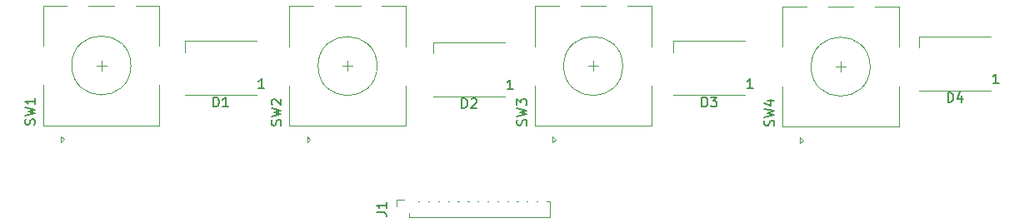
<source format=gbr>
%TF.GenerationSoftware,KiCad,Pcbnew,(5.1.6)-1*%
%TF.CreationDate,2020-06-17T13:42:06+02:00*%
%TF.ProjectId,antrieb smd,616e7472-6965-4622-9073-6d642e6b6963,rev?*%
%TF.SameCoordinates,Original*%
%TF.FileFunction,Legend,Top*%
%TF.FilePolarity,Positive*%
%FSLAX46Y46*%
G04 Gerber Fmt 4.6, Leading zero omitted, Abs format (unit mm)*
G04 Created by KiCad (PCBNEW (5.1.6)-1) date 2020-06-17 13:42:06*
%MOMM*%
%LPD*%
G01*
G04 APERTURE LIST*
%ADD10C,0.120000*%
%ADD11C,0.150000*%
G04 APERTURE END LIST*
D10*
%TO.C,SW4*%
X107290500Y-27996500D02*
G75*
G03*
X107290500Y-27996500I-3000000J0D01*
G01*
X98390500Y-25996500D02*
X98390500Y-21896500D01*
X110190500Y-21896500D02*
X110190500Y-25996500D01*
X110190500Y-29996500D02*
X110190500Y-34096500D01*
X98390500Y-29996500D02*
X98390500Y-34096500D01*
X98390500Y-34096500D02*
X110190500Y-34096500D01*
X100490500Y-35496500D02*
X100190500Y-35796500D01*
X100190500Y-35796500D02*
X100190500Y-35196500D01*
X100190500Y-35196500D02*
X100490500Y-35496500D01*
X98390500Y-21896500D02*
X100790500Y-21896500D01*
X102990500Y-21896500D02*
X105590500Y-21896500D01*
X107790500Y-21896500D02*
X110190500Y-21896500D01*
X103790500Y-27996500D02*
X104790500Y-27996500D01*
X104290500Y-28496500D02*
X104290500Y-27496500D01*
%TO.C,SW3*%
X82144500Y-27933000D02*
G75*
G03*
X82144500Y-27933000I-3000000J0D01*
G01*
X73244500Y-25933000D02*
X73244500Y-21833000D01*
X85044500Y-21833000D02*
X85044500Y-25933000D01*
X85044500Y-29933000D02*
X85044500Y-34033000D01*
X73244500Y-29933000D02*
X73244500Y-34033000D01*
X73244500Y-34033000D02*
X85044500Y-34033000D01*
X75344500Y-35433000D02*
X75044500Y-35733000D01*
X75044500Y-35733000D02*
X75044500Y-35133000D01*
X75044500Y-35133000D02*
X75344500Y-35433000D01*
X73244500Y-21833000D02*
X75644500Y-21833000D01*
X77844500Y-21833000D02*
X80444500Y-21833000D01*
X82644500Y-21833000D02*
X85044500Y-21833000D01*
X78644500Y-27933000D02*
X79644500Y-27933000D01*
X79144500Y-28433000D02*
X79144500Y-27433000D01*
%TO.C,SW2*%
X54189000Y-28433000D02*
X54189000Y-27433000D01*
X53689000Y-27933000D02*
X54689000Y-27933000D01*
X57689000Y-21833000D02*
X60089000Y-21833000D01*
X52889000Y-21833000D02*
X55489000Y-21833000D01*
X48289000Y-21833000D02*
X50689000Y-21833000D01*
X50089000Y-35133000D02*
X50389000Y-35433000D01*
X50089000Y-35733000D02*
X50089000Y-35133000D01*
X50389000Y-35433000D02*
X50089000Y-35733000D01*
X48289000Y-34033000D02*
X60089000Y-34033000D01*
X48289000Y-29933000D02*
X48289000Y-34033000D01*
X60089000Y-29933000D02*
X60089000Y-34033000D01*
X60089000Y-21833000D02*
X60089000Y-25933000D01*
X48289000Y-25933000D02*
X48289000Y-21833000D01*
X57189000Y-27933000D02*
G75*
G03*
X57189000Y-27933000I-3000000J0D01*
G01*
%TO.C,D3*%
X87282000Y-25380500D02*
X87282000Y-26530500D01*
X94582000Y-25380500D02*
X87282000Y-25380500D01*
X94582000Y-30880500D02*
X87282000Y-30880500D01*
%TO.C,D2*%
X62898000Y-25507500D02*
X62898000Y-26657500D01*
X70198000Y-25507500D02*
X62898000Y-25507500D01*
X70198000Y-31007500D02*
X62898000Y-31007500D01*
%TO.C,D1*%
X44925000Y-30880500D02*
X37625000Y-30880500D01*
X44925000Y-25380500D02*
X37625000Y-25380500D01*
X37625000Y-25380500D02*
X37625000Y-26530500D01*
%TO.C,J1*%
X59134500Y-42202100D02*
X59134500Y-41517100D01*
X59134500Y-41517100D02*
X59944500Y-41517100D01*
X74390398Y-41682100D02*
X74754500Y-41682100D01*
X73390398Y-41682100D02*
X73498602Y-41682100D01*
X72390398Y-41682100D02*
X72498602Y-41682100D01*
X71390398Y-41682100D02*
X71498602Y-41682100D01*
X70390398Y-41682100D02*
X70498602Y-41682100D01*
X69390398Y-41682100D02*
X69498602Y-41682100D01*
X68390398Y-41682100D02*
X68498602Y-41682100D01*
X67390398Y-41682100D02*
X67498602Y-41682100D01*
X66390398Y-41682100D02*
X66498602Y-41682100D01*
X65390398Y-41682100D02*
X65498602Y-41682100D01*
X64390398Y-41682100D02*
X64498602Y-41682100D01*
X63390398Y-41682100D02*
X63498602Y-41682100D01*
X62390398Y-41682100D02*
X62498602Y-41682100D01*
X61390398Y-41682100D02*
X61498602Y-41682100D01*
X74754500Y-43302100D02*
X74754500Y-41682100D01*
X60444500Y-43302100D02*
X74754500Y-43302100D01*
X60444500Y-43302100D02*
X60444500Y-42887100D01*
%TO.C,D4*%
X112275600Y-24910600D02*
X112275600Y-26060600D01*
X119575600Y-24910600D02*
X112275600Y-24910600D01*
X119575600Y-30410600D02*
X112275600Y-30410600D01*
%TO.C,SW1*%
X32170000Y-27869500D02*
G75*
G03*
X32170000Y-27869500I-3000000J0D01*
G01*
X23270000Y-25869500D02*
X23270000Y-21769500D01*
X35070000Y-21769500D02*
X35070000Y-25869500D01*
X35070000Y-29869500D02*
X35070000Y-33969500D01*
X23270000Y-29869500D02*
X23270000Y-33969500D01*
X23270000Y-33969500D02*
X35070000Y-33969500D01*
X25370000Y-35369500D02*
X25070000Y-35669500D01*
X25070000Y-35669500D02*
X25070000Y-35069500D01*
X25070000Y-35069500D02*
X25370000Y-35369500D01*
X23270000Y-21769500D02*
X25670000Y-21769500D01*
X27870000Y-21769500D02*
X30470000Y-21769500D01*
X32670000Y-21769500D02*
X35070000Y-21769500D01*
X28670000Y-27869500D02*
X29670000Y-27869500D01*
X29170000Y-28369500D02*
X29170000Y-27369500D01*
%TO.C,SW4*%
D11*
X97495261Y-34029833D02*
X97542880Y-33886976D01*
X97542880Y-33648880D01*
X97495261Y-33553642D01*
X97447642Y-33506023D01*
X97352404Y-33458404D01*
X97257166Y-33458404D01*
X97161928Y-33506023D01*
X97114309Y-33553642D01*
X97066690Y-33648880D01*
X97019071Y-33839357D01*
X96971452Y-33934595D01*
X96923833Y-33982214D01*
X96828595Y-34029833D01*
X96733357Y-34029833D01*
X96638119Y-33982214D01*
X96590500Y-33934595D01*
X96542880Y-33839357D01*
X96542880Y-33601261D01*
X96590500Y-33458404D01*
X96542880Y-33125071D02*
X97542880Y-32886976D01*
X96828595Y-32696500D01*
X97542880Y-32506023D01*
X96542880Y-32267928D01*
X96876214Y-31458404D02*
X97542880Y-31458404D01*
X96495261Y-31696500D02*
X97209547Y-31934595D01*
X97209547Y-31315547D01*
%TO.C,SW3*%
X72349261Y-33966333D02*
X72396880Y-33823476D01*
X72396880Y-33585380D01*
X72349261Y-33490142D01*
X72301642Y-33442523D01*
X72206404Y-33394904D01*
X72111166Y-33394904D01*
X72015928Y-33442523D01*
X71968309Y-33490142D01*
X71920690Y-33585380D01*
X71873071Y-33775857D01*
X71825452Y-33871095D01*
X71777833Y-33918714D01*
X71682595Y-33966333D01*
X71587357Y-33966333D01*
X71492119Y-33918714D01*
X71444500Y-33871095D01*
X71396880Y-33775857D01*
X71396880Y-33537761D01*
X71444500Y-33394904D01*
X71396880Y-33061571D02*
X72396880Y-32823476D01*
X71682595Y-32633000D01*
X72396880Y-32442523D01*
X71396880Y-32204428D01*
X71396880Y-31918714D02*
X71396880Y-31299666D01*
X71777833Y-31633000D01*
X71777833Y-31490142D01*
X71825452Y-31394904D01*
X71873071Y-31347285D01*
X71968309Y-31299666D01*
X72206404Y-31299666D01*
X72301642Y-31347285D01*
X72349261Y-31394904D01*
X72396880Y-31490142D01*
X72396880Y-31775857D01*
X72349261Y-31871095D01*
X72301642Y-31918714D01*
%TO.C,SW2*%
X47393761Y-33966333D02*
X47441380Y-33823476D01*
X47441380Y-33585380D01*
X47393761Y-33490142D01*
X47346142Y-33442523D01*
X47250904Y-33394904D01*
X47155666Y-33394904D01*
X47060428Y-33442523D01*
X47012809Y-33490142D01*
X46965190Y-33585380D01*
X46917571Y-33775857D01*
X46869952Y-33871095D01*
X46822333Y-33918714D01*
X46727095Y-33966333D01*
X46631857Y-33966333D01*
X46536619Y-33918714D01*
X46489000Y-33871095D01*
X46441380Y-33775857D01*
X46441380Y-33537761D01*
X46489000Y-33394904D01*
X46441380Y-33061571D02*
X47441380Y-32823476D01*
X46727095Y-32633000D01*
X47441380Y-32442523D01*
X46441380Y-32204428D01*
X46536619Y-31871095D02*
X46489000Y-31823476D01*
X46441380Y-31728238D01*
X46441380Y-31490142D01*
X46489000Y-31394904D01*
X46536619Y-31347285D01*
X46631857Y-31299666D01*
X46727095Y-31299666D01*
X46869952Y-31347285D01*
X47441380Y-31918714D01*
X47441380Y-31299666D01*
%TO.C,D3*%
X90193904Y-32082880D02*
X90193904Y-31082880D01*
X90432000Y-31082880D01*
X90574857Y-31130500D01*
X90670095Y-31225738D01*
X90717714Y-31320976D01*
X90765333Y-31511452D01*
X90765333Y-31654309D01*
X90717714Y-31844785D01*
X90670095Y-31940023D01*
X90574857Y-32035261D01*
X90432000Y-32082880D01*
X90193904Y-32082880D01*
X91098666Y-31082880D02*
X91717714Y-31082880D01*
X91384380Y-31463833D01*
X91527238Y-31463833D01*
X91622476Y-31511452D01*
X91670095Y-31559071D01*
X91717714Y-31654309D01*
X91717714Y-31892404D01*
X91670095Y-31987642D01*
X91622476Y-32035261D01*
X91527238Y-32082880D01*
X91241523Y-32082880D01*
X91146285Y-32035261D01*
X91098666Y-31987642D01*
X95367714Y-30182880D02*
X94796285Y-30182880D01*
X95082000Y-30182880D02*
X95082000Y-29182880D01*
X94986761Y-29325738D01*
X94891523Y-29420976D01*
X94796285Y-29468595D01*
%TO.C,D2*%
X65809904Y-32209880D02*
X65809904Y-31209880D01*
X66048000Y-31209880D01*
X66190857Y-31257500D01*
X66286095Y-31352738D01*
X66333714Y-31447976D01*
X66381333Y-31638452D01*
X66381333Y-31781309D01*
X66333714Y-31971785D01*
X66286095Y-32067023D01*
X66190857Y-32162261D01*
X66048000Y-32209880D01*
X65809904Y-32209880D01*
X66762285Y-31305119D02*
X66809904Y-31257500D01*
X66905142Y-31209880D01*
X67143238Y-31209880D01*
X67238476Y-31257500D01*
X67286095Y-31305119D01*
X67333714Y-31400357D01*
X67333714Y-31495595D01*
X67286095Y-31638452D01*
X66714666Y-32209880D01*
X67333714Y-32209880D01*
X70983714Y-30309880D02*
X70412285Y-30309880D01*
X70698000Y-30309880D02*
X70698000Y-29309880D01*
X70602761Y-29452738D01*
X70507523Y-29547976D01*
X70412285Y-29595595D01*
%TO.C,D1*%
X40536904Y-32082880D02*
X40536904Y-31082880D01*
X40775000Y-31082880D01*
X40917857Y-31130500D01*
X41013095Y-31225738D01*
X41060714Y-31320976D01*
X41108333Y-31511452D01*
X41108333Y-31654309D01*
X41060714Y-31844785D01*
X41013095Y-31940023D01*
X40917857Y-32035261D01*
X40775000Y-32082880D01*
X40536904Y-32082880D01*
X42060714Y-32082880D02*
X41489285Y-32082880D01*
X41775000Y-32082880D02*
X41775000Y-31082880D01*
X41679761Y-31225738D01*
X41584523Y-31320976D01*
X41489285Y-31368595D01*
X45710714Y-30182880D02*
X45139285Y-30182880D01*
X45425000Y-30182880D02*
X45425000Y-29182880D01*
X45329761Y-29325738D01*
X45234523Y-29420976D01*
X45139285Y-29468595D01*
%TO.C,J1*%
X57146880Y-42825433D02*
X57861166Y-42825433D01*
X58004023Y-42873052D01*
X58099261Y-42968290D01*
X58146880Y-43111147D01*
X58146880Y-43206385D01*
X58146880Y-41825433D02*
X58146880Y-42396861D01*
X58146880Y-42111147D02*
X57146880Y-42111147D01*
X57289738Y-42206385D01*
X57384976Y-42301623D01*
X57432595Y-42396861D01*
%TO.C,D4*%
X115187504Y-31612980D02*
X115187504Y-30612980D01*
X115425600Y-30612980D01*
X115568457Y-30660600D01*
X115663695Y-30755838D01*
X115711314Y-30851076D01*
X115758933Y-31041552D01*
X115758933Y-31184409D01*
X115711314Y-31374885D01*
X115663695Y-31470123D01*
X115568457Y-31565361D01*
X115425600Y-31612980D01*
X115187504Y-31612980D01*
X116616076Y-30946314D02*
X116616076Y-31612980D01*
X116377980Y-30565361D02*
X116139885Y-31279647D01*
X116758933Y-31279647D01*
X120361314Y-29712980D02*
X119789885Y-29712980D01*
X120075600Y-29712980D02*
X120075600Y-28712980D01*
X119980361Y-28855838D01*
X119885123Y-28951076D01*
X119789885Y-28998695D01*
%TO.C,SW1*%
X22374761Y-33902833D02*
X22422380Y-33759976D01*
X22422380Y-33521880D01*
X22374761Y-33426642D01*
X22327142Y-33379023D01*
X22231904Y-33331404D01*
X22136666Y-33331404D01*
X22041428Y-33379023D01*
X21993809Y-33426642D01*
X21946190Y-33521880D01*
X21898571Y-33712357D01*
X21850952Y-33807595D01*
X21803333Y-33855214D01*
X21708095Y-33902833D01*
X21612857Y-33902833D01*
X21517619Y-33855214D01*
X21470000Y-33807595D01*
X21422380Y-33712357D01*
X21422380Y-33474261D01*
X21470000Y-33331404D01*
X21422380Y-32998071D02*
X22422380Y-32759976D01*
X21708095Y-32569500D01*
X22422380Y-32379023D01*
X21422380Y-32140928D01*
X22422380Y-31236166D02*
X22422380Y-31807595D01*
X22422380Y-31521880D02*
X21422380Y-31521880D01*
X21565238Y-31617119D01*
X21660476Y-31712357D01*
X21708095Y-31807595D01*
%TD*%
M02*

</source>
